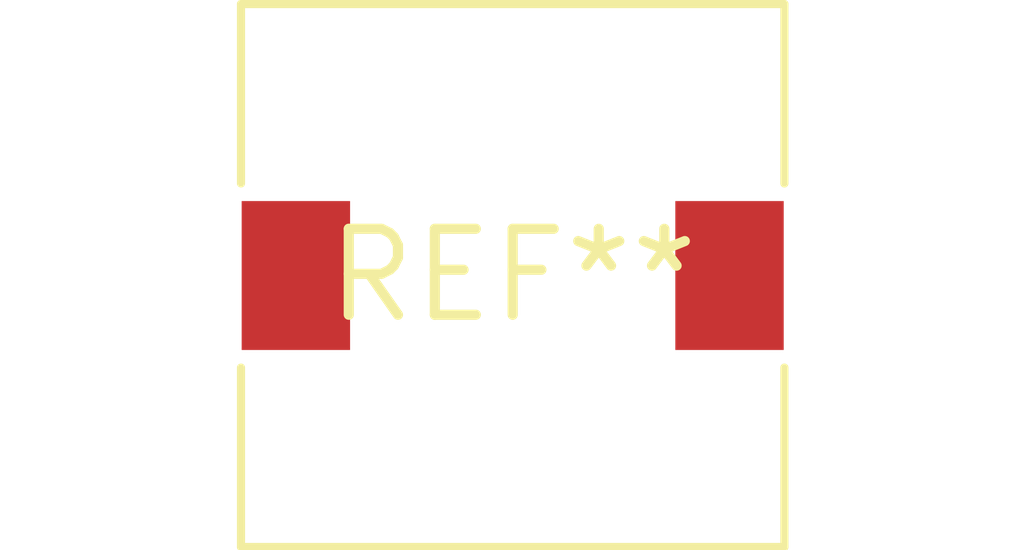
<source format=kicad_pcb>
(kicad_pcb (version 20240108) (generator pcbnew)
  (layers (0 "F.Cu" signal) (31 "B.Cu" signal) (34 "B.Paste" user) (35 "F.Paste" user) (36 "B.SilkS" user "B.Silkscreen") (37 "F.SilkS" user "F.Silkscreen") (38 "B.Mask" user) (39 "F.Mask" user) (44 "Edge.Cuts" user))
  (net 0 "")
  (footprint "L_SXN_SMDRI73" (layer "F.Cu") (at 0 0)
    (property "Reference" "REF**")
    (property "Value" "L_SXN_SMDRI73")
    (fp_line (start -4.01 -4.01) (end -4.01 -1.36) (layer "F.SilkS") (stroke (width 0.12)))
    (fp_line (start -4.01 -4.01) (end 4.01 -4.01) (layer "F.SilkS") (stroke (width 0.12)))
    (fp_line (start -4.01 4.01) (end -4.01 1.36) (layer "F.SilkS") (stroke (width 0.12)))
    (fp_line (start -4.01 4.01) (end 4.01 4.01) (layer "F.SilkS") (stroke (width 0.12)))
    (fp_line (start 4.01 -4.01) (end 4.01 -1.36) (layer "F.SilkS") (stroke (width 0.12)))
    (fp_line (start 4.01 4.01) (end 4.01 1.36) (layer "F.SilkS") (stroke (width 0.12)))
    (pad "1" smd rect (at -3.2 0) (size 1.6 2.2) (layers "F.Cu" "F.Paste" "F.Mask"))
    (pad "2" smd rect (at 3.2 0) (size 1.6 2.2) (layers "F.Cu" "F.Paste" "F.Mask"))
  )
)
</source>
